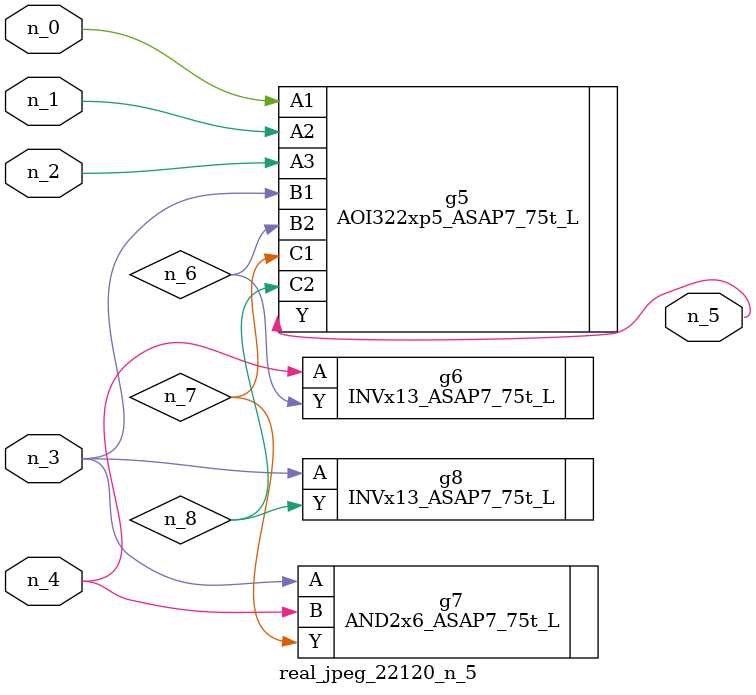
<source format=v>
module real_jpeg_22120_n_5 (n_4, n_0, n_1, n_2, n_3, n_5);

input n_4;
input n_0;
input n_1;
input n_2;
input n_3;

output n_5;

wire n_8;
wire n_6;
wire n_7;

AOI322xp5_ASAP7_75t_L g5 ( 
.A1(n_0),
.A2(n_1),
.A3(n_2),
.B1(n_3),
.B2(n_6),
.C1(n_7),
.C2(n_8),
.Y(n_5)
);

AND2x6_ASAP7_75t_L g7 ( 
.A(n_3),
.B(n_4),
.Y(n_7)
);

INVx13_ASAP7_75t_L g8 ( 
.A(n_3),
.Y(n_8)
);

INVx13_ASAP7_75t_L g6 ( 
.A(n_4),
.Y(n_6)
);


endmodule
</source>
